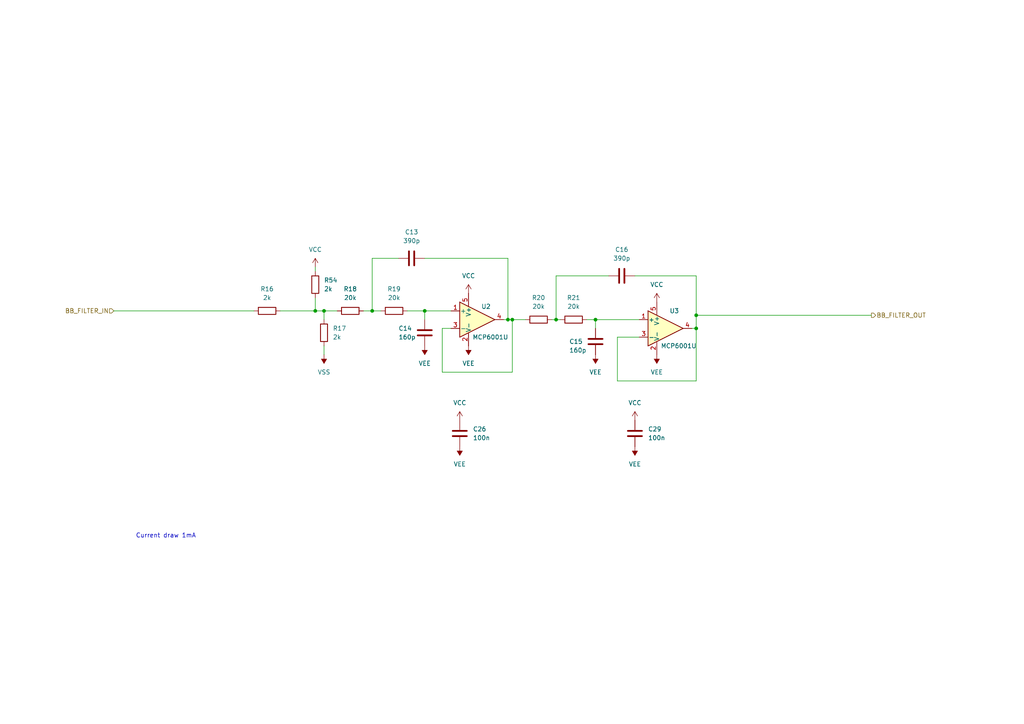
<source format=kicad_sch>
(kicad_sch (version 20211123) (generator eeschema)
  (paper "A4")
  (lib_symbols
    (symbol "Amplifier_Operational:MCP6001U" (pin_names (offset 0.127))
      (property "Reference" "U" (at 0 5.08 0))
      (property "Value" "MCP6001U" (at 0 -5.08 0))
      (symbol "MCP6001U_0_1"
        (polyline (pts (xy -5.08 5.08) (xy 5.08 0) (xy -5.08 -5.08) (xy -5.08 5.08)) (stroke (width 0.254)) (fill (type background)))
        (pin power_in line (at -2.54 -7.62 90) (length 3.81) (name "V-") (number "2"))
        (pin power_in line (at -2.54 7.62 270) (length 3.81) (name "V+") (number "5"))
      )
      (symbol "MCP6001U_1_1"
        (pin input line (at -7.62 2.54 0) (length 2.54) (name "+") (number "1"))
        (pin input line (at -7.62 -2.54 0) (length 2.54) (name "-") (number "3"))
        (pin output line (at 7.62 0 180) (length 2.54) (name "~") (number "4"))
      )
    )
    (symbol "Device:C" (pin_numbers hide) (pin_names (offset 0.254))
      (property "Reference" "C" (at 0.635 2.54 0))
      (property "Value" "C" (at 0.635 -2.54 0))
      (symbol "C_0_1"
        (polyline (pts (xy -2.032 -0.762) (xy 2.032 -0.762)) (stroke (width 0.508)))
        (polyline (pts (xy -2.032 0.762) (xy 2.032 0.762)) (stroke (width 0.508)))
      )
      (symbol "C_1_1"
        (pin passive line (at 0 3.81 270) (length 2.794) (name "~") (number "1"))
        (pin passive line (at 0 -3.81 90) (length 2.794) (name "~") (number "2"))
      )
    )
    (symbol "Device:R" (pin_numbers hide) (pin_names (offset 0))
      (property "Reference" "R" (at 2.032 0 90))
      (property "Value" "R" (at 0 0 90))
      (symbol "R_0_1"
        (rectangle (start -1.016 -2.54) (end 1.016 2.54) (stroke (width 0.254)))
      )
      (symbol "R_1_1"
        (pin passive line (at 0 3.81 270) (length 1.27) (name "~") (number "1"))
        (pin passive line (at 0 -3.81 90) (length 1.27) (name "~") (number "2"))
      )
    )
    (symbol "power:VCC" (power) (pin_names (offset 0))
      (property "Value" "VCC" (at 0 3.81 0))
      (symbol "VCC_0_1"
        (polyline (pts (xy -0.762 1.27) (xy 0 2.54)))
        (polyline (pts (xy 0 0) (xy 0 2.54)))
        (polyline (pts (xy 0 2.54) (xy 0.762 1.27)))
      )
      (symbol "VCC_1_1"
        (pin power_in line (at 0 0 90) (length 0) hide (name "VCC") (number "1"))
      )
    )
    (symbol "power:VEE" (power) (pin_names (offset 0))
      (property "Value" "VEE" (at 0 3.81 0))
      (symbol "VEE_0_1"
        (polyline (pts (xy 0 0) (xy 0 2.54)))
        (polyline (pts (xy 0.762 1.27) (xy -0.762 1.27) (xy 0 2.54) (xy 0.762 1.27)) (fill (type outline)))
      )
      (symbol "VEE_1_1"
        (pin power_in line (at 0 0 90) (length 0) hide (name "VEE") (number "1"))
      )
    )
    (symbol "power:VSS" (power) (pin_names (offset 0))
      (property "Value" "VSS" (at 0 3.81 0))
      (symbol "VSS_0_1"
        (polyline (pts (xy 0 0) (xy 0 2.54)))
        (polyline (pts (xy 0.762 1.27) (xy -0.762 1.27) (xy 0 2.54) (xy 0.762 1.27)) (fill (type outline)))
      )
      (symbol "VSS_1_1"
        (pin power_in line (at 0 0 90) (length 0) hide (name "VSS") (number "1"))
      )
    )
  )
  (junction (at 201.93 95.25))
  (junction (at 201.93 91.44))
  (junction (at 91.44 90.17))
  (junction (at 147.32 92.71))
  (junction (at 161.29 92.71))
  (junction (at 123.19 90.17))
  (junction (at 107.95 90.17))
  (junction (at 172.72 92.71))
  (junction (at 148.59 92.71))
  (junction (at 93.98 90.17))
  (wire (pts (xy 91.44 77.47) (xy 91.44 78.74)))
  (wire (pts (xy 172.72 92.71) (xy 185.42 92.71)))
  (wire (pts (xy 115.57 74.93) (xy 107.95 74.93)))
  (wire (pts (xy 161.29 92.71) (xy 162.56 92.71)))
  (wire (pts (xy 123.19 90.17) (xy 130.81 90.17)))
  (wire (pts (xy 33.02 90.17) (xy 73.66 90.17)))
  (wire (pts (xy 201.93 80.01) (xy 201.93 91.44)))
  (wire (pts (xy 147.32 92.71) (xy 146.05 92.71)))
  (wire (pts (xy 107.95 74.93) (xy 107.95 90.17)))
  (wire (pts (xy 93.98 90.17) (xy 97.79 90.17)))
  (wire (pts (xy 179.07 97.79) (xy 179.07 110.49)))
  (wire (pts (xy 148.59 92.71) (xy 152.4 92.71)))
  (wire (pts (xy 128.27 95.25) (xy 128.27 107.95)))
  (wire (pts (xy 179.07 110.49) (xy 201.93 110.49)))
  (wire (pts (xy 105.41 90.17) (xy 107.95 90.17)))
  (wire (pts (xy 81.28 90.17) (xy 91.44 90.17)))
  (wire (pts (xy 148.59 92.71) (xy 148.59 107.95)))
  (wire (pts (xy 201.93 91.44) (xy 252.73 91.44)))
  (wire (pts (xy 147.32 74.93) (xy 147.32 92.71)))
  (wire (pts (xy 91.44 86.36) (xy 91.44 90.17)))
  (wire (pts (xy 201.93 95.25) (xy 200.66 95.25)))
  (wire (pts (xy 176.53 80.01) (xy 161.29 80.01)))
  (wire (pts (xy 148.59 92.71) (xy 147.32 92.71)))
  (wire (pts (xy 123.19 74.93) (xy 147.32 74.93)))
  (wire (pts (xy 93.98 100.33) (xy 93.98 102.87)))
  (wire (pts (xy 201.93 91.44) (xy 201.93 95.25)))
  (wire (pts (xy 123.19 92.71) (xy 123.19 90.17)))
  (wire (pts (xy 130.81 95.25) (xy 128.27 95.25)))
  (wire (pts (xy 91.44 90.17) (xy 93.98 90.17)))
  (wire (pts (xy 172.72 95.25) (xy 172.72 92.71)))
  (wire (pts (xy 160.02 92.71) (xy 161.29 92.71)))
  (wire (pts (xy 128.27 107.95) (xy 148.59 107.95)))
  (wire (pts (xy 172.72 92.71) (xy 170.18 92.71)))
  (wire (pts (xy 185.42 97.79) (xy 179.07 97.79)))
  (wire (pts (xy 201.93 95.25) (xy 201.93 110.49)))
  (wire (pts (xy 107.95 90.17) (xy 110.49 90.17)))
  (wire (pts (xy 161.29 80.01) (xy 161.29 92.71)))
  (wire (pts (xy 123.19 90.17) (xy 118.11 90.17)))
  (wire (pts (xy 184.15 80.01) (xy 201.93 80.01)))
  (wire (pts (xy 93.98 90.17) (xy 93.98 92.71)))
  (text "Current draw 1mA" (at 39.37 156.21 0) (effects (font (size 1.27 1.27)) (justify left bottom)))
  (hierarchical_label "BB_FILTER_IN" (shape input) (at 33.02 90.17 180))
  (hierarchical_label "BB_FILTER_OUT" (shape output) (at 252.73 91.44 0))
  (symbol (lib_id "Device:R") (at 114.3 90.17 90) (unit 1)
    (property "Reference" "R19" (at 114.3 83.82 90))
    (property "Value" "20k" (at 114.3 86.36 90))
    (property "Footprint" "Capacitor_SMD:C_0603_1608Metric" (effects hide))
  )
  (symbol (lib_id "power:VSS") (at 93.98 102.87 180) (unit 1)
    (property "Reference" "#PWR0132" (effects hide))
    (property "Value" "VSS" (at 93.98 107.95 0))
  )
  (symbol (lib_id "power:VEE") (at 135.89 100.33 180) (unit 1)
    (property "Reference" "#PWR0128" (effects hide))
    (property "Value" "VEE" (at 135.89 105.41 0))
  )
  (symbol (lib_id "power:VCC") (at 190.5 87.63 0) (unit 1)
    (property "Reference" "#PWR0122" (effects hide))
    (property "Value" "VCC" (at 190.5 82.55 0))
  )
  (symbol (lib_id "power:VCC") (at 135.89 85.09 0) (unit 1)
    (property "Reference" "#PWR0127" (effects hide))
    (property "Value" "VCC" (at 135.89 80.01 0))
  )
  (symbol (lib_id "Device:C") (at 123.19 96.52 0) (unit 1)
    (property "Reference" "C14" (at 115.57 95.25 0) (effects (justify left)))
    (property "Value" "160p" (at 115.57 97.79 0) (effects (justify left)))
    (property "Footprint" "Capacitor_SMD:C_0603_1608Metric" (effects hide))
  )
  (symbol (lib_id "Device:R") (at 156.21 92.71 90) (unit 1)
    (property "Reference" "R20" (at 156.21 86.36 90))
    (property "Value" "20k" (at 156.21 88.9 90))
    (property "Footprint" "Capacitor_SMD:C_0603_1608Metric" (effects hide))
  )
  (symbol (lib_id "power:VEE") (at 172.72 102.87 180) (unit 1)
    (property "Reference" "#PWR0129" (effects hide))
    (property "Value" "VEE" (at 172.72 107.95 0))
  )
  (symbol (lib_id "Device:C") (at 184.15 125.73 0) (unit 1)
    (property "Reference" "C29" (at 187.96 124.4599 0) (effects (justify left)))
    (property "Value" "100n" (at 187.96 126.9999 0) (effects (justify left)))
    (property "Footprint" "Capacitor_SMD:C_0603_1608Metric" (effects hide))
  )
  (symbol (lib_id "Amplifier_Operational:MCP6001U") (at 193.04 95.25 0) (unit 1)
    (property "Reference" "U3" (at 195.58 90.17 0))
    (property "Value" "MCP6001U" (at 196.85 100.33 0))
    (property "Footprint" "seb_fp:mcp6001" (effects hide))
    (property "Datasheet" "http://ww1.microchip.com/downloads/en/DeviceDoc/21733j.pdf" (effects hide))
  )
  (symbol (lib_id "power:VEE") (at 190.5 102.87 180) (unit 1)
    (property "Reference" "#PWR0130" (effects hide))
    (property "Value" "VEE" (at 190.5 107.95 0))
  )
  (symbol (lib_id "Device:C") (at 133.35 125.73 0) (mirror y) (unit 1)
    (property "Reference" "C26" (at 137.16 124.4599 0) (effects (justify right)))
    (property "Value" "100n" (at 137.16 126.9999 0) (effects (justify right)))
    (property "Footprint" "Capacitor_SMD:C_0603_1608Metric" (effects hide))
  )
  (symbol (lib_id "power:VEE") (at 184.15 129.54 180) (unit 1)
    (property "Reference" "#PWR0125" (effects hide))
    (property "Value" "VEE" (at 184.15 134.62 0))
  )
  (symbol (lib_id "Device:R") (at 101.6 90.17 90) (unit 1)
    (property "Reference" "R18" (at 101.6 83.82 90))
    (property "Value" "20k" (at 101.6 86.36 90))
    (property "Footprint" "Capacitor_SMD:C_0603_1608Metric" (effects hide))
  )
  (symbol (lib_id "power:VEE") (at 133.35 129.54 180) (unit 1)
    (property "Reference" "#PWR0126" (effects hide))
    (property "Value" "VEE" (at 133.35 134.62 0))
  )
  (symbol (lib_id "power:VCC") (at 184.15 121.92 0) (unit 1)
    (property "Reference" "#PWR0183" (effects hide))
    (property "Value" "VCC" (at 184.15 116.84 0))
  )
  (symbol (lib_id "Device:R") (at 91.44 82.55 0) (unit 1)
    (property "Reference" "R54" (at 93.98 81.2799 0) (effects (justify left)))
    (property "Value" "2k" (at 93.98 83.8199 0) (effects (justify left)))
    (property "Footprint" "Capacitor_SMD:C_0603_1608Metric" (effects hide))
  )
  (symbol (lib_id "power:VCC") (at 91.44 77.47 0) (unit 1)
    (property "Reference" "#PWR0134" (effects hide))
    (property "Value" "VCC" (at 91.44 72.39 0))
  )
  (symbol (lib_id "Amplifier_Operational:MCP6001U") (at 138.43 92.71 0) (unit 1)
    (property "Reference" "U2" (at 140.97 88.9 0))
    (property "Value" "MCP6001U" (at 142.24 97.79 0))
    (property "Footprint" "seb_fp:mcp6001" (effects hide))
    (property "Datasheet" "http://ww1.microchip.com/downloads/en/DeviceDoc/21733j.pdf" (effects hide))
  )
  (symbol (lib_id "Device:C") (at 119.38 74.93 90) (unit 1)
    (property "Reference" "C13" (at 119.38 67.31 90))
    (property "Value" "390p" (at 119.38 69.85 90))
    (property "Footprint" "Capacitor_SMD:C_0603_1608Metric" (effects hide))
  )
  (symbol (lib_id "Device:R") (at 166.37 92.71 90) (unit 1)
    (property "Reference" "R21" (at 166.37 86.36 90))
    (property "Value" "20k" (at 166.37 88.9 90))
    (property "Footprint" "Capacitor_SMD:C_0603_1608Metric" (effects hide))
  )
  (symbol (lib_id "power:VCC") (at 133.35 121.92 0) (unit 1)
    (property "Reference" "#PWR0182" (effects hide))
    (property "Value" "VCC" (at 133.35 116.84 0))
  )
  (symbol (lib_id "Device:R") (at 77.47 90.17 90) (unit 1)
    (property "Reference" "R16" (at 77.47 83.82 90))
    (property "Value" "2k" (at 77.47 86.36 90))
    (property "Footprint" "Capacitor_SMD:C_0603_1608Metric" (effects hide))
  )
  (symbol (lib_id "Device:R") (at 93.98 96.52 0) (unit 1)
    (property "Reference" "R17" (at 96.52 95.2499 0) (effects (justify left)))
    (property "Value" "2k" (at 96.52 97.7899 0) (effects (justify left)))
    (property "Footprint" "Capacitor_SMD:C_0603_1608Metric" (effects hide))
  )
  (symbol (lib_id "Device:C") (at 180.34 80.01 90) (unit 1)
    (property "Reference" "C16" (at 180.34 72.39 90))
    (property "Value" "390p" (at 180.34 74.93 90))
    (property "Footprint" "Capacitor_SMD:C_0603_1608Metric" (effects hide))
  )
  (symbol (lib_id "Device:C") (at 172.72 99.06 0) (unit 1)
    (property "Reference" "C15" (at 165.1 99.06 0) (effects (justify left)))
    (property "Value" "160p" (at 165.1 101.6 0) (effects (justify left)))
    (property "Footprint" "Capacitor_SMD:C_0603_1608Metric" (effects hide))
  )
  (symbol (lib_id "power:VEE") (at 123.19 100.33 180) (unit 1)
    (property "Reference" "#PWR0123" (effects hide))
    (property "Value" "VEE" (at 123.19 105.41 0))
  )
)
</source>
